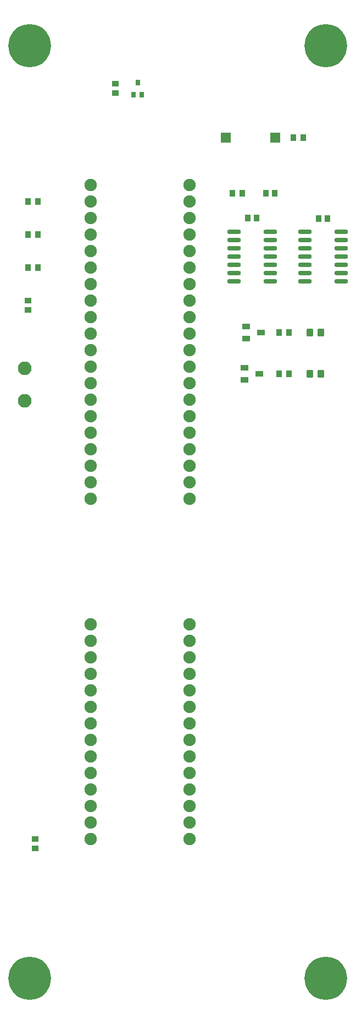
<source format=gbr>
%TF.GenerationSoftware,KiCad,Pcbnew,9.0.1*%
%TF.CreationDate,2025-04-16T15:15:49-04:00*%
%TF.ProjectId,KiCad 9 6502 ROR Test Board V2.0S,4b694361-6420-4392-9036-35303220524f,rev?*%
%TF.SameCoordinates,Original*%
%TF.FileFunction,Soldermask,Top*%
%TF.FilePolarity,Negative*%
%FSLAX46Y46*%
G04 Gerber Fmt 4.6, Leading zero omitted, Abs format (unit mm)*
G04 Created by KiCad (PCBNEW 9.0.1) date 2025-04-16 15:15:49*
%MOMM*%
%LPD*%
G01*
G04 APERTURE LIST*
G04 Aperture macros list*
%AMRoundRect*
0 Rectangle with rounded corners*
0 $1 Rounding radius*
0 $2 $3 $4 $5 $6 $7 $8 $9 X,Y pos of 4 corners*
0 Add a 4 corners polygon primitive as box body*
4,1,4,$2,$3,$4,$5,$6,$7,$8,$9,$2,$3,0*
0 Add four circle primitives for the rounded corners*
1,1,$1+$1,$2,$3*
1,1,$1+$1,$4,$5*
1,1,$1+$1,$6,$7*
1,1,$1+$1,$8,$9*
0 Add four rect primitives between the rounded corners*
20,1,$1+$1,$2,$3,$4,$5,0*
20,1,$1+$1,$4,$5,$6,$7,0*
20,1,$1+$1,$6,$7,$8,$9,0*
20,1,$1+$1,$8,$9,$2,$3,0*%
G04 Aperture macros list end*
%ADD10O,2.101600X2.101600*%
%ADD11RoundRect,0.050800X-0.300000X-0.400000X0.300000X-0.400000X0.300000X0.400000X-0.300000X0.400000X0*%
%ADD12RoundRect,0.050800X0.400000X0.450000X-0.400000X0.450000X-0.400000X-0.450000X0.400000X-0.450000X0*%
%ADD13RoundRect,0.050800X-0.450000X0.400000X-0.450000X-0.400000X0.450000X-0.400000X0.450000X0.400000X0*%
%ADD14RoundRect,0.050800X-0.403250X-0.432000X0.403250X-0.432000X0.403250X0.432000X-0.403250X0.432000X0*%
%ADD15RoundRect,0.050800X0.449950X-0.500000X0.449950X0.500000X-0.449950X0.500000X-0.449950X-0.500000X0*%
%ADD16RoundRect,0.050800X0.450000X-0.400000X0.450000X0.400000X-0.450000X0.400000X-0.450000X-0.400000X0*%
%ADD17O,2.139600X0.675600*%
%ADD18RoundRect,0.050800X-0.400000X-0.450000X0.400000X-0.450000X0.400000X0.450000X-0.400000X0.450000X0*%
%ADD19RoundRect,0.050800X-0.500000X-0.400000X0.500000X-0.400000X0.500000X0.400000X-0.500000X0.400000X0*%
%ADD20O,1.901600X1.901600*%
%ADD21C,0.762000*%
%ADD22O,6.601600X6.601600*%
%ADD23RoundRect,0.050800X-0.700000X0.750000X-0.700000X-0.750000X0.700000X-0.750000X0.700000X0.750000X0*%
G04 APERTURE END LIST*
D10*
%TO.C,P1*%
X126291000Y-84404600D03*
X126291000Y-89413400D03*
%TD*%
D11*
%TO.C,OSC1*%
X143063000Y-42332000D03*
X144363000Y-42332000D03*
X143713000Y-40432100D03*
%TD*%
D12*
%TO.C,C4*%
X172973000Y-61382000D03*
X171573000Y-61382000D03*
%TD*%
D13*
%TO.C,C1*%
X126807000Y-74017000D03*
X126807000Y-75417000D03*
%TD*%
D14*
%TO.C,R6*%
X165550600Y-78908000D03*
X167057400Y-78908000D03*
%TD*%
D15*
%TO.C,LED2*%
X171980100Y-85258000D03*
X170280100Y-85258000D03*
%TD*%
D16*
%TO.C,C2*%
X127950000Y-158221000D03*
X127950000Y-156821000D03*
%TD*%
D17*
%TO.C,U4*%
X169503900Y-63414000D03*
X169503900Y-64684000D03*
X169503900Y-65954000D03*
X169503900Y-67224000D03*
X169503900Y-68494000D03*
X169503900Y-69764000D03*
X169503900Y-71034000D03*
X175042100Y-71034000D03*
X175042100Y-69764000D03*
X175042100Y-68494000D03*
X175042100Y-67224000D03*
X175042100Y-65954000D03*
X175042100Y-64684000D03*
X175042100Y-63414000D03*
%TD*%
D15*
%TO.C,LED1*%
X171980100Y-78908000D03*
X170280100Y-78908000D03*
%TD*%
D18*
%TO.C,C3*%
X160651000Y-61255000D03*
X162051000Y-61255000D03*
%TD*%
D13*
%TO.C,C6*%
X140269000Y-40616000D03*
X140269000Y-42016000D03*
%TD*%
D19*
%TO.C,Q2*%
X160201100Y-84308000D03*
X160200900Y-86208000D03*
X162501100Y-85258000D03*
%TD*%
D20*
%TO.C,U2*%
X151699000Y-156759000D03*
X151699000Y-154219000D03*
X151699000Y-151679000D03*
X151699000Y-149139000D03*
X151699000Y-146599000D03*
X151699000Y-144059000D03*
X151699000Y-141519000D03*
X151699000Y-138979000D03*
X151699000Y-136439000D03*
X151699000Y-133899000D03*
X151699000Y-131359000D03*
X151699000Y-128819000D03*
X151699000Y-126279000D03*
X151699000Y-123739000D03*
X136459000Y-123739000D03*
X136459000Y-126279000D03*
X136459000Y-128819000D03*
X136459000Y-131359000D03*
X136459000Y-133899000D03*
X136459000Y-136439000D03*
X136459000Y-138979000D03*
X136459000Y-141519000D03*
X136459000Y-144059000D03*
X136459000Y-146599000D03*
X136459000Y-149139000D03*
X136459000Y-151679000D03*
X136459000Y-154219000D03*
X136459000Y-156759000D03*
%TD*%
D21*
%TO.C,U7*%
X124682800Y-178175000D03*
X125393000Y-176460200D03*
X125393000Y-179889800D03*
X127107700Y-175750100D03*
X127107700Y-180599900D03*
X128822500Y-176460200D03*
X128822500Y-179889800D03*
X129532700Y-178175000D03*
D22*
X127107700Y-178175000D03*
%TD*%
D21*
%TO.C,U5*%
X124682800Y-34759200D03*
X125393000Y-33044500D03*
X125393000Y-36474000D03*
X127107700Y-32334300D03*
X127107700Y-37184200D03*
X128822500Y-33044500D03*
X128822500Y-36474000D03*
X129532700Y-34759200D03*
D22*
X127107700Y-34759200D03*
%TD*%
D14*
%TO.C,R2*%
X126815600Y-63795000D03*
X128322400Y-63795000D03*
%TD*%
D20*
%TO.C,U1*%
X136459000Y-56175000D03*
X136459000Y-58715000D03*
X136459000Y-61255000D03*
X136459000Y-63795000D03*
X136459000Y-66335000D03*
X136459000Y-68875000D03*
X136459000Y-71415000D03*
X136459000Y-73955000D03*
X136459000Y-76495000D03*
X136459000Y-79035000D03*
X136459000Y-81575000D03*
X136459000Y-84115000D03*
X136459000Y-86655000D03*
X136459000Y-89195000D03*
X136459000Y-91735000D03*
X136459000Y-94275000D03*
X136459000Y-96815000D03*
X136459000Y-99355000D03*
X136459000Y-101895000D03*
X136459000Y-104435000D03*
X151699000Y-104435000D03*
X151699000Y-101895000D03*
X151699000Y-99355000D03*
X151699000Y-96815000D03*
X151699000Y-94275000D03*
X151699000Y-91735000D03*
X151699000Y-89195000D03*
X151699000Y-86655000D03*
X151699000Y-84115000D03*
X151699000Y-81575000D03*
X151699000Y-79035000D03*
X151699000Y-76495000D03*
X151699000Y-73955000D03*
X151699000Y-71415000D03*
X151699000Y-68875000D03*
X151699000Y-66335000D03*
X151699000Y-63795000D03*
X151699000Y-61255000D03*
X151699000Y-58715000D03*
X151699000Y-56175000D03*
%TD*%
D14*
%TO.C,R4*%
X167709600Y-48936000D03*
X169216400Y-48936000D03*
%TD*%
%TO.C,R5*%
X158311600Y-57445000D03*
X159818400Y-57445000D03*
%TD*%
%TO.C,R7*%
X165550600Y-85258000D03*
X167057400Y-85258000D03*
%TD*%
D23*
%TO.C,RESET*%
X164896800Y-48936000D03*
X157297200Y-48936000D03*
%TD*%
D21*
%TO.C,U8*%
X170308800Y-178175000D03*
X171019000Y-176460200D03*
X171019000Y-179889800D03*
X172733800Y-175750100D03*
X172733800Y-180599900D03*
X174448500Y-176460200D03*
X174448500Y-179889800D03*
X175158700Y-178175000D03*
D22*
X172733800Y-178175000D03*
%TD*%
D21*
%TO.C,U6*%
X170308800Y-34759200D03*
X171019000Y-33044500D03*
X171019000Y-36474000D03*
X172733800Y-32334300D03*
X172733800Y-37184200D03*
X174448500Y-33044500D03*
X174448500Y-36474000D03*
X175158700Y-34759200D03*
D22*
X172733800Y-34759200D03*
%TD*%
D14*
%TO.C,R1*%
X126815600Y-58715000D03*
X128322400Y-58715000D03*
%TD*%
%TO.C,R3*%
X126815600Y-68875000D03*
X128322400Y-68875000D03*
%TD*%
D19*
%TO.C,Q1*%
X160455100Y-77958000D03*
X160454900Y-79858000D03*
X162755100Y-78908000D03*
%TD*%
D12*
%TO.C,C5*%
X164845000Y-57445000D03*
X163445000Y-57445000D03*
%TD*%
D17*
%TO.C,U3*%
X158581900Y-63414000D03*
X158581900Y-64684000D03*
X158581900Y-65954000D03*
X158581900Y-67224000D03*
X158581900Y-68494000D03*
X158581900Y-69764000D03*
X158581900Y-71034000D03*
X164120100Y-71034000D03*
X164120100Y-69764000D03*
X164120100Y-68494000D03*
X164120100Y-67224000D03*
X164120100Y-65954000D03*
X164120100Y-64684000D03*
X164120100Y-63414000D03*
%TD*%
M02*

</source>
